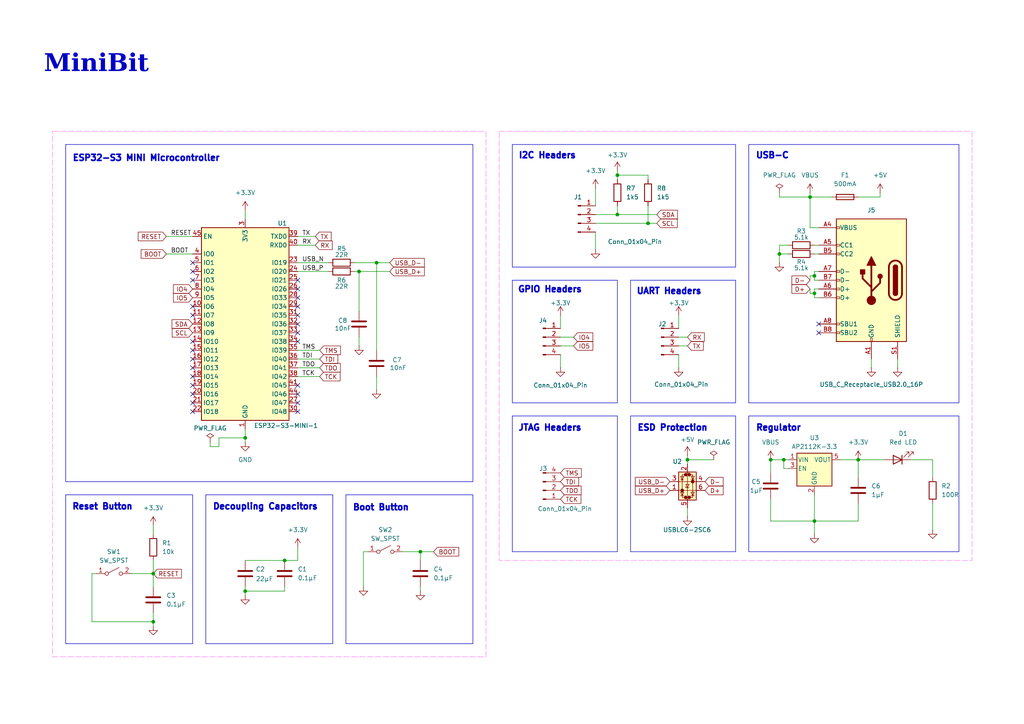
<source format=kicad_sch>
(kicad_sch (version 20231120) (generator "eeschema") (generator_version "8.0")
  (paper "A4")
  (title_block (title "MiniBit PCB") (date "2024-11-03") (rev "1.0") (company "Nikolaos Isaak Bitsikas"))
  (lib_symbols
    (symbol "Connector:Conn_01x04_Pin" (pin_names (offset 1.016) hide)
      (property "Reference" "J" (at 0 5.08 0))
      (property "Value" "Conn_01x04_Pin" (at 0 -7.62 0))
      (symbol "Conn_01x04_Pin_1_1"
        (polyline (pts (xy 1.27 -5.08) (xy 0.8636 -5.08)) (stroke (width 0.1524)))
        (polyline (pts (xy 1.27 -2.54) (xy 0.8636 -2.54)) (stroke (width 0.1524)))
        (polyline (pts (xy 1.27 0) (xy 0.8636 0)) (stroke (width 0.1524)))
        (polyline (pts (xy 1.27 2.54) (xy 0.8636 2.54)) (stroke (width 0.1524)))
        (rectangle (start 0.8636 -4.953) (end 0 -5.207) (stroke (width 0.1524)) (fill (type outline)))
        (rectangle (start 0.8636 -2.413) (end 0 -2.667) (stroke (width 0.1524)) (fill (type outline)))
        (rectangle (start 0.8636 0.127) (end 0 -0.127) (stroke (width 0.1524)) (fill (type outline)))
        (rectangle (start 0.8636 2.667) (end 0 2.413) (stroke (width 0.1524)) (fill (type outline)))
        (pin passive line (at 5.08 2.54 180) (length 3.81) (name "Pin_1") (number "1"))
        (pin passive line (at 5.08 0 180) (length 3.81) (name "Pin_2") (number "2"))
        (pin passive line (at 5.08 -2.54 180) (length 3.81) (name "Pin_3") (number "3"))
        (pin passive line (at 5.08 -5.08 180) (length 3.81) (name "Pin_4") (number "4"))
      )
    )
    (symbol "Connector:USB_C_Receptacle_USB2.0_16P" (pin_names (offset 1.016))
      (property "Reference" "J" (at 0 22.225 0))
      (property "Value" "USB_C_Receptacle_USB2.0_16P" (at 0 19.685 0))
      (symbol "USB_C_Receptacle_USB2.0_16P_0_0"
        (rectangle (start -0.254 -17.78) (end 0.254 -16.764))
        (rectangle (start 10.16 -14.986) (end 9.144 -15.494))
        (rectangle (start 10.16 -12.446) (end 9.144 -12.954))
        (rectangle (start 10.16 -4.826) (end 9.144 -5.334))
        (rectangle (start 10.16 -2.286) (end 9.144 -2.794))
        (rectangle (start 10.16 0.254) (end 9.144 -0.254))
        (rectangle (start 10.16 2.794) (end 9.144 2.286))
        (rectangle (start 10.16 7.874) (end 9.144 7.366))
        (rectangle (start 10.16 10.414) (end 9.144 9.906))
        (rectangle (start 10.16 15.494) (end 9.144 14.986))
      )
      (symbol "USB_C_Receptacle_USB2.0_16P_0_1"
        (rectangle (start -10.16 17.78) (end 10.16 -17.78) (stroke (width 0.254)) (fill (type background)))
        (arc (start -8.89 -3.81) (mid -6.985 -5.7067) (end -5.08 -3.81) (stroke (width 0.508)))
        (arc (start -7.62 -3.81) (mid -6.985 -4.4423) (end -6.35 -3.81) (stroke (width 0.254)))
        (arc (start -7.62 -3.81) (mid -6.985 -4.4423) (end -6.35 -3.81) (stroke (width 0.254)) (fill (type outline)))
        (rectangle (start -7.62 -3.81) (end -6.35 3.81) (stroke (width 0.254)) (fill (type outline)))
        (arc (start -6.35 3.81) (mid -6.985 4.4423) (end -7.62 3.81) (stroke (width 0.254)))
        (arc (start -6.35 3.81) (mid -6.985 4.4423) (end -7.62 3.81) (stroke (width 0.254)) (fill (type outline)))
        (arc (start -5.08 3.81) (mid -6.985 5.7067) (end -8.89 3.81) (stroke (width 0.508)))
        (circle (center -2.54 1.143) (radius 0.635) (stroke (width 0.254)) (fill (type outline)))
        (circle (center 0 -5.842) (radius 1.27) (fill (type outline)))
        (polyline (pts (xy -8.89 -3.81) (xy -8.89 3.81)) (stroke (width 0.508)))
        (polyline (pts (xy -5.08 3.81) (xy -5.08 -3.81)) (stroke (width 0.508)))
        (polyline (pts (xy 0 -5.842) (xy 0 4.318)) (stroke (width 0.508)))
        (polyline (pts (xy 0 -3.302) (xy -2.54 -0.762) (xy -2.54 0.508)) (stroke (width 0.508)))
        (polyline (pts (xy 0 -2.032) (xy 2.54 0.508) (xy 2.54 1.778)) (stroke (width 0.508)))
        (polyline (pts (xy -1.27 4.318) (xy 0 6.858) (xy 1.27 4.318) (xy -1.27 4.318)) (stroke (width 0.254)) (fill (type outline)))
        (rectangle (start 1.905 1.778) (end 3.175 3.048) (stroke (width 0.254)) (fill (type outline)))
      )
      (symbol "USB_C_Receptacle_USB2.0_16P_1_1"
        (pin passive line (at 0 -22.86 90) (length 5.08) (name "GND") (number "A1"))
        (pin passive line (at 0 -22.86 90) (length 5.08) hide (name "GND") (number "A12"))
        (pin passive line (at 15.24 15.24 180) (length 5.08) (name "VBUS") (number "A4"))
        (pin bidirectional line (at 15.24 10.16 180) (length 5.08) (name "CC1") (number "A5"))
        (pin bidirectional line (at 15.24 -2.54 180) (length 5.08) (name "D+") (number "A6"))
        (pin bidirectional line (at 15.24 2.54 180) (length 5.08) (name "D-") (number "A7"))
        (pin bidirectional line (at 15.24 -12.7 180) (length 5.08) (name "SBU1") (number "A8"))
        (pin passive line (at 15.24 15.24 180) (length 5.08) hide (name "VBUS") (number "A9"))
        (pin passive line (at 0 -22.86 90) (length 5.08) hide (name "GND") (number "B1"))
        (pin passive line (at 0 -22.86 90) (length 5.08) hide (name "GND") (number "B12"))
        (pin passive line (at 15.24 15.24 180) (length 5.08) hide (name "VBUS") (number "B4"))
        (pin bidirectional line (at 15.24 7.62 180) (length 5.08) (name "CC2") (number "B5"))
        (pin bidirectional line (at 15.24 -5.08 180) (length 5.08) (name "D+") (number "B6"))
        (pin bidirectional line (at 15.24 0 180) (length 5.08) (name "D-") (number "B7"))
        (pin bidirectional line (at 15.24 -15.24 180) (length 5.08) (name "SBU2") (number "B8"))
        (pin passive line (at 15.24 15.24 180) (length 5.08) hide (name "VBUS") (number "B9"))
        (pin passive line (at -7.62 -22.86 90) (length 5.08) (name "SHIELD") (number "S1"))
      )
    )
    (symbol "Device:C" (pin_numbers hide) (pin_names (offset 0.254))
      (property "Reference" "C" (at 0.635 2.54 0))
      (property "Value" "C" (at 0.635 -2.54 0))
      (symbol "C_0_1"
        (polyline (pts (xy -2.032 -0.762) (xy 2.032 -0.762)) (stroke (width 0.508)))
        (polyline (pts (xy -2.032 0.762) (xy 2.032 0.762)) (stroke (width 0.508)))
      )
      (symbol "C_1_1"
        (pin passive line (at 0 3.81 270) (length 2.794) (name "~") (number "1"))
        (pin passive line (at 0 -3.81 90) (length 2.794) (name "~") (number "2"))
      )
    )
    (symbol "Device:Fuse" (pin_numbers hide) (pin_names (offset 0))
      (property "Reference" "F" (at 2.032 0 90))
      (property "Value" "Fuse" (at -1.905 0 90))
      (symbol "Fuse_0_1"
        (rectangle (start -0.762 -2.54) (end 0.762 2.54) (stroke (width 0.254)))
        (polyline (pts (xy 0 2.54) (xy 0 -2.54)))
      )
      (symbol "Fuse_1_1"
        (pin passive line (at 0 3.81 270) (length 1.27) (name "~") (number "1"))
        (pin passive line (at 0 -3.81 90) (length 1.27) (name "~") (number "2"))
      )
    )
    (symbol "Device:LED" (pin_numbers hide) (pin_names (offset 1.016) hide)
      (property "Reference" "D" (at 0 2.54 0))
      (property "Value" "LED" (at 0 -2.54 0))
      (symbol "LED_0_1"
        (polyline (pts (xy -1.27 -1.27) (xy -1.27 1.27)) (stroke (width 0.254)))
        (polyline (pts (xy -1.27 0) (xy 1.27 0)))
        (polyline (pts (xy 1.27 -1.27) (xy 1.27 1.27) (xy -1.27 0) (xy 1.27 -1.27)) (stroke (width 0.254)))
        (polyline (pts (xy -3.048 -0.762) (xy -4.572 -2.286) (xy -3.81 -2.286) (xy -4.572 -2.286) (xy -4.572 -1.524)))
        (polyline (pts (xy -1.778 -0.762) (xy -3.302 -2.286) (xy -2.54 -2.286) (xy -3.302 -2.286) (xy -3.302 -1.524)))
      )
      (symbol "LED_1_1"
        (pin passive line (at -3.81 0 0) (length 2.54) (name "K") (number "1"))
        (pin passive line (at 3.81 0 180) (length 2.54) (name "A") (number "2"))
      )
    )
    (symbol "Device:R" (pin_numbers hide) (pin_names (offset 0))
      (property "Reference" "R" (at 2.032 0 90))
      (property "Value" "R" (at 0 0 90))
      (symbol "R_0_1"
        (rectangle (start -1.016 -2.54) (end 1.016 2.54) (stroke (width 0.254)))
      )
      (symbol "R_1_1"
        (pin passive line (at 0 3.81 270) (length 1.27) (name "~") (number "1"))
        (pin passive line (at 0 -3.81 90) (length 1.27) (name "~") (number "2"))
      )
    )
    (symbol "Power_Protection:USBLC6-2SC6" (pin_names hide)
      (property "Reference" "U" (at 0.635 5.715 0))
      (property "Value" "USBLC6-2SC6" (at 0.635 3.81 0))
      (symbol "USBLC6-2SC6_0_0"
        (circle (center -1.524 0) (radius 0.0001) (stroke (width 0.508)))
        (circle (center -0.508 -4.572) (radius 0.0001) (stroke (width 0.508)))
        (circle (center -0.508 2.032) (radius 0.0001) (stroke (width 0.508)))
        (circle (center 0.508 -4.572) (radius 0.0001) (stroke (width 0.508)))
        (circle (center 0.508 2.032) (radius 0.0001) (stroke (width 0.508)))
        (circle (center 1.524 -2.54) (radius 0.0001) (stroke (width 0.508)))
      )
      (symbol "USBLC6-2SC6_0_1"
        (polyline (pts (xy -2.54 -2.54) (xy 2.54 -2.54)))
        (polyline (pts (xy -2.54 0) (xy 2.54 0)))
        (polyline (pts (xy -2.032 -3.048) (xy -1.016 -3.048)))
        (polyline (pts (xy -1.016 1.524) (xy -2.032 1.524)))
        (polyline (pts (xy 1.016 -3.048) (xy 2.032 -3.048)))
        (polyline (pts (xy 1.016 1.524) (xy 2.032 1.524)))
        (polyline (pts (xy -0.508 -1.143) (xy -0.508 -0.762) (xy 0.508 -0.762)))
        (polyline (pts (xy -2.032 0.508) (xy -1.016 0.508) (xy -1.524 1.524) (xy -2.032 0.508)))
        (polyline (pts (xy -1.016 -4.064) (xy -2.032 -4.064) (xy -1.524 -3.048) (xy -1.016 -4.064)))
        (polyline (pts (xy 0.508 -1.778) (xy -0.508 -1.778) (xy 0 -0.762) (xy 0.508 -1.778)))
        (polyline (pts (xy 2.032 -4.064) (xy 1.016 -4.064) (xy 1.524 -3.048) (xy 2.032 -4.064)))
        (polyline (pts (xy 2.032 0.508) (xy 1.016 0.508) (xy 1.524 1.524) (xy 2.032 0.508)))
        (polyline (pts (xy 0 2.54) (xy -0.508 2.032) (xy 0.508 2.032) (xy 0 1.524) (xy 0 -4.064) (xy -0.508 -4.572) (xy 0.508 -4.572) (xy 0 -5.08)))
      )
      (symbol "USBLC6-2SC6_1_1"
        (rectangle (start -2.54 2.794) (end 2.54 -5.334) (stroke (width 0.254)) (fill (type background)))
        (polyline (pts (xy -0.508 2.032) (xy -1.524 2.032) (xy -1.524 -4.572) (xy -0.508 -4.572)))
        (polyline (pts (xy 0.508 -4.572) (xy 1.524 -4.572) (xy 1.524 2.032) (xy 0.508 2.032)))
        (pin passive line (at -5.08 0 0) (length 2.54) (name "I/O1") (number "1"))
        (pin passive line (at 0 -7.62 90) (length 2.54) (name "GND") (number "2"))
        (pin passive line (at -5.08 -2.54 0) (length 2.54) (name "I/O2") (number "3"))
        (pin passive line (at 5.08 -2.54 180) (length 2.54) (name "I/O2") (number "4"))
        (pin passive line (at 0 5.08 270) (length 2.54) (name "VBUS") (number "5"))
        (pin passive line (at 5.08 0 180) (length 2.54) (name "I/O1") (number "6"))
      )
    )
    (symbol "RF_Module:ESP32-S3-MINI-1"
      (property "Reference" "U" (at -11.43 29.21 0))
      (property "Value" "ESP32-S3-MINI-1" (at 12.7 29.21 0))
      (symbol "ESP32-S3-MINI-1_0_1"
        (rectangle (start -12.7 27.94) (end 12.7 -27.94) (stroke (width 0.254)) (fill (type background)))
      )
      (symbol "ESP32-S3-MINI-1_1_1"
        (pin power_in line (at 0 -30.48 90) (length 2.54) (name "GND") (number "1"))
        (pin bidirectional line (at -15.24 5.08 0) (length 2.54) (name "IO6") (number "10"))
        (pin bidirectional line (at -15.24 2.54 0) (length 2.54) (name "IO7") (number "11"))
        (pin bidirectional line (at -15.24 0 0) (length 2.54) (name "IO8") (number "12"))
        (pin bidirectional line (at -15.24 -2.54 0) (length 2.54) (name "IO9") (number "13"))
        (pin bidirectional line (at -15.24 -5.08 0) (length 2.54) (name "IO10") (number "14"))
        (pin bidirectional line (at -15.24 -7.62 0) (length 2.54) (name "IO11") (number "15"))
        (pin bidirectional line (at -15.24 -10.16 0) (length 2.54) (name "IO12") (number "16"))
        (pin bidirectional line (at -15.24 -12.7 0) (length 2.54) (name "IO13") (number "17"))
        (pin bidirectional line (at -15.24 -15.24 0) (length 2.54) (name "IO14") (number "18"))
        (pin bidirectional line (at -15.24 -17.78 0) (length 2.54) (name "IO15") (number "19"))
        (pin passive line (at 0 -30.48 90) (length 2.54) hide (name "GND") (number "2"))
        (pin bidirectional line (at -15.24 -20.32 0) (length 2.54) (name "IO16") (number "20"))
        (pin bidirectional line (at -15.24 -22.86 0) (length 2.54) (name "IO17") (number "21"))
        (pin bidirectional line (at -15.24 -25.4 0) (length 2.54) (name "IO18") (number "22"))
        (pin bidirectional line (at 15.24 17.78 180) (length 2.54) (name "IO19") (number "23"))
        (pin bidirectional line (at 15.24 15.24 180) (length 2.54) (name "IO20") (number "24"))
        (pin bidirectional line (at 15.24 12.7 180) (length 2.54) (name "IO21") (number "25"))
        (pin bidirectional line (at 15.24 10.16 180) (length 2.54) (name "IO26") (number "26"))
        (pin bidirectional line (at 15.24 -22.86 180) (length 2.54) (name "IO47") (number "27"))
        (pin bidirectional line (at 15.24 7.62 180) (length 2.54) (name "IO33") (number "28"))
        (pin bidirectional line (at 15.24 5.08 180) (length 2.54) (name "IO34") (number "29"))
        (pin power_in line (at 0 30.48 270) (length 2.54) (name "3V3") (number "3"))
        (pin bidirectional line (at 15.24 -25.4 180) (length 2.54) (name "IO48") (number "30"))
        (pin bidirectional line (at 15.24 2.54 180) (length 2.54) (name "IO35") (number "31"))
        (pin bidirectional line (at 15.24 0 180) (length 2.54) (name "IO36") (number "32"))
        (pin bidirectional line (at 15.24 -2.54 180) (length 2.54) (name "IO37") (number "33"))
        (pin bidirectional line (at 15.24 -5.08 180) (length 2.54) (name "IO38") (number "34"))
        (pin bidirectional line (at 15.24 -7.62 180) (length 2.54) (name "IO39") (number "35"))
        (pin bidirectional line (at 15.24 -10.16 180) (length 2.54) (name "IO40") (number "36"))
        (pin bidirectional line (at 15.24 -12.7 180) (length 2.54) (name "IO41") (number "37"))
        (pin bidirectional line (at 15.24 -15.24 180) (length 2.54) (name "IO42") (number "38"))
        (pin bidirectional line (at 15.24 25.4 180) (length 2.54) (name "TXD0") (number "39"))
        (pin bidirectional line (at -15.24 20.32 0) (length 2.54) (name "IO0") (number "4"))
        (pin bidirectional line (at 15.24 22.86 180) (length 2.54) (name "RXD0") (number "40"))
        (pin bidirectional line (at 15.24 -17.78 180) (length 2.54) (name "IO45") (number "41"))
        (pin passive line (at 0 -30.48 90) (length 2.54) hide (name "GND") (number "42"))
        (pin passive line (at 0 -30.48 90) (length 2.54) hide (name "GND") (number "43"))
        (pin bidirectional line (at 15.24 -20.32 180) (length 2.54) (name "IO46") (number "44"))
        (pin input line (at -15.24 25.4 0) (length 2.54) (name "EN") (number "45"))
        (pin passive line (at 0 -30.48 90) (length 2.54) hide (name "GND") (number "46"))
        (pin passive line (at 0 -30.48 90) (length 2.54) hide (name "GND") (number "47"))
        (pin passive line (at 0 -30.48 90) (length 2.54) hide (name "GND") (number "48"))
        (pin passive line (at 0 -30.48 90) (length 2.54) hide (name "GND") (number "49"))
        (pin bidirectional line (at -15.24 17.78 0) (length 2.54) (name "IO1") (number "5"))
        (pin passive line (at 0 -30.48 90) (length 2.54) hide (name "GND") (number "50"))
        (pin passive line (at 0 -30.48 90) (length 2.54) hide (name "GND") (number "51"))
        (pin passive line (at 0 -30.48 90) (length 2.54) hide (name "GND") (number "52"))
        (pin passive line (at 0 -30.48 90) (length 2.54) hide (name "GND") (number "53"))
        (pin passive line (at 0 -30.48 90) (length 2.54) hide (name "GND") (number "54"))
        (pin passive line (at 0 -30.48 90) (length 2.54) hide (name "GND") (number "55"))
        (pin passive line (at 0 -30.48 90) (length 2.54) hide (name "GND") (number "56"))
        (pin passive line (at 0 -30.48 90) (length 2.54) hide (name "GND") (number "57"))
        (pin passive line (at 0 -30.48 90) (length 2.54) hide (name "GND") (number "58"))
        (pin passive line (at 0 -30.48 90) (length 2.54) hide (name "GND") (number "59"))
        (pin bidirectional line (at -15.24 15.24 0) (length 2.54) (name "IO2") (number "6"))
        (pin passive line (at 0 -30.48 90) (length 2.54) hide (name "GND") (number "60"))
        (pin passive line (at 0 -30.48 90) (length 2.54) hide (name "GND") (number "61"))
        (pin passive line (at 0 -30.48 90) (length 2.54) hide (name "GND") (number "62"))
        (pin passive line (at 0 -30.48 90) (length 2.54) hide (name "GND") (number "63"))
        (pin passive line (at 0 -30.48 90) (length 2.54) hide (name "GND") (number "64"))
        (pin passive line (at 0 -30.48 90) (length 2.54) hide (name "GND") (number "65"))
        (pin bidirectional line (at -15.24 12.7 0) (length 2.54) (name "IO3") (number "7"))
        (pin bidirectional line (at -15.24 10.16 0) (length 2.54) (name "IO4") (number "8"))
        (pin bidirectional line (at -15.24 7.62 0) (length 2.54) (name "IO5") (number "9"))
      )
    )
    (symbol "Regulator_Linear:AP2112K-3.3" (pin_names (offset 0.254))
      (property "Reference" "U" (at -5.08 5.715 0))
      (property "Value" "AP2112K-3.3" (at 0 5.715 0))
      (symbol "AP2112K-3.3_0_1"
        (rectangle (start -5.08 4.445) (end 5.08 -5.08) (stroke (width 0.254)) (fill (type background)))
      )
      (symbol "AP2112K-3.3_1_1"
        (pin power_in line (at -7.62 2.54 0) (length 2.54) (name "VIN") (number "1"))
        (pin power_in line (at 0 -7.62 90) (length 2.54) (name "GND") (number "2"))
        (pin input line (at -7.62 0 0) (length 2.54) (name "EN") (number "3"))
        (pin no_connect line (at 5.08 0 180) (length 2.54) hide (name "NC") (number "4"))
        (pin power_out line (at 7.62 2.54 180) (length 2.54) (name "VOUT") (number "5"))
      )
    )
    (symbol "Switch:SW_SPST" (pin_names (offset 0) hide)
      (property "Reference" "SW" (at 0 3.175 0))
      (property "Value" "SW_SPST" (at 0 -2.54 0))
      (symbol "SW_SPST_0_0"
        (circle (center -2.032 0) (radius 0.508))
        (polyline (pts (xy -1.524 0.254) (xy 1.524 1.778)))
        (circle (center 2.032 0) (radius 0.508))
      )
      (symbol "SW_SPST_1_1"
        (pin passive line (at -5.08 0 0) (length 2.54) (name "A") (number "1"))
        (pin passive line (at 5.08 0 180) (length 2.54) (name "B") (number "2"))
      )
    )
    (symbol "power:+3.3V" (power) (pin_numbers hide) (pin_names (offset 0) hide)
      (property "Value" "+3.3V" (at 0 3.556 0))
      (symbol "+3.3V_0_1"
        (polyline (pts (xy -0.762 1.27) (xy 0 2.54)))
        (polyline (pts (xy 0 0) (xy 0 2.54)))
        (polyline (pts (xy 0 2.54) (xy 0.762 1.27)))
      )
      (symbol "+3.3V_1_1"
        (pin power_in line (at 0 0 90) (length 0) (name "~") (number "1"))
      )
    )
    (symbol "power:+5V" (power) (pin_numbers hide) (pin_names (offset 0) hide)
      (property "Value" "+5V" (at 0 3.556 0))
      (symbol "+5V_0_1"
        (polyline (pts (xy -0.762 1.27) (xy 0 2.54)))
        (polyline (pts (xy 0 0) (xy 0 2.54)))
        (polyline (pts (xy 0 2.54) (xy 0.762 1.27)))
      )
      (symbol "+5V_1_1"
        (pin power_in line (at 0 0 90) (length 0) (name "~") (number "1"))
      )
    )
    (symbol "power:GND" (power) (pin_numbers hide) (pin_names (offset 0) hide)
      (property "Value" "GND" (at 0 -3.81 0))
      (symbol "GND_0_1"
        (polyline (pts (xy 0 0) (xy 0 -1.27) (xy 1.27 -1.27) (xy 0 -2.54) (xy -1.27 -1.27) (xy 0 -1.27)))
      )
      (symbol "GND_1_1"
        (pin power_in line (at 0 0 270) (length 0) (name "~") (number "1"))
      )
    )
    (symbol "power:PWR_FLAG" (power) (pin_numbers hide) (pin_names (offset 0) hide)
      (property "Value" "PWR_FLAG" (at 0 3.81 0))
      (symbol "PWR_FLAG_0_0"
        (pin power_out line (at 0 0 90) (length 0) (name "~") (number "1"))
      )
      (symbol "PWR_FLAG_0_1"
        (polyline (pts (xy 0 0) (xy 0 1.27) (xy -1.016 1.905) (xy 0 2.54) (xy 1.016 1.905) (xy 0 1.27)))
      )
    )
    (symbol "power:VBUS" (power) (pin_numbers hide) (pin_names (offset 0) hide)
      (property "Value" "VBUS" (at 0 3.556 0))
      (symbol "VBUS_0_1"
        (polyline (pts (xy -0.762 1.27) (xy 0 2.54)))
        (polyline (pts (xy 0 0) (xy 0 2.54)))
        (polyline (pts (xy 0 2.54) (xy 0.762 1.27)))
      )
      (symbol "VBUS_1_1"
        (pin power_in line (at 0 0 90) (length 0) (name "~") (number "1"))
      )
    )
  )
  (junction (at 236.22 85.09))
  (junction (at 199.39 133.35))
  (junction (at 82.55 162.56))
  (junction (at 104.14 78.74))
  (junction (at 226.06 73.66))
  (junction (at 71.12 127))
  (junction (at 179.07 50.8))
  (junction (at 109.22 76.2))
  (junction (at 179.07 62.23))
  (junction (at 44.45 166.37))
  (junction (at 44.45 180.34))
  (junction (at 234.95 57.15))
  (junction (at 121.92 160.02))
  (junction (at 248.92 133.35))
  (junction (at 187.96 64.77))
  (junction (at 223.52 133.35))
  (junction (at 236.22 151.13))
  (junction (at 236.22 80.01))
  (junction (at 227.33 133.35))
  (junction (at 71.12 171.45))
  (no_connect (at 55.88 99.06))
  (no_connect (at 55.88 104.14))
  (no_connect (at 86.36 114.3))
  (no_connect (at 86.36 83.82))
  (no_connect (at 55.88 111.76))
  (no_connect (at 237.49 96.52))
  (no_connect (at 86.36 111.76))
  (no_connect (at 55.88 119.38))
  (no_connect (at 55.88 106.68))
  (no_connect (at 55.88 101.6))
  (no_connect (at 86.36 93.98))
  (no_connect (at 86.36 96.52))
  (no_connect (at 86.36 91.44))
  (no_connect (at 55.88 109.22))
  (no_connect (at 55.88 76.2))
  (no_connect (at 86.36 116.84))
  (no_connect (at 86.36 86.36))
  (no_connect (at 86.36 119.38))
  (no_connect (at 55.88 78.74))
  (no_connect (at 237.49 93.98))
  (no_connect (at 55.88 81.28))
  (no_connect (at 86.36 81.28))
  (no_connect (at 86.36 88.9))
  (no_connect (at 55.88 116.84))
  (no_connect (at 86.36 99.06))
  (no_connect (at 55.88 114.3))
  (no_connect (at 55.88 91.44))
  (no_connect (at 55.88 88.9))
  (wire (pts (xy 252.73 104.14) (xy 252.73 106.68)))
  (wire (pts (xy 270.51 133.35) (xy 270.51 138.43)))
  (wire (pts (xy 109.22 109.22) (xy 109.22 113.03)))
  (wire (pts (xy 44.45 177.8) (xy 44.45 180.34)))
  (wire (pts (xy 226.06 57.15) (xy 234.95 57.15)))
  (wire (pts (xy 199.39 133.35) (xy 199.39 134.62)))
  (wire (pts (xy 236.22 85.09) (xy 236.22 86.36)))
  (wire (pts (xy 236.22 80.01) (xy 236.22 81.28)))
  (wire (pts (xy 179.07 50.8) (xy 187.96 50.8)))
  (wire (pts (xy 26.67 166.37) (xy 26.67 180.34)))
  (wire (pts (xy 248.92 133.35) (xy 256.54 133.35)))
  (wire (pts (xy 234.95 57.15) (xy 241.3 57.15)))
  (wire (pts (xy 187.96 64.77) (xy 190.5 64.77)))
  (wire (pts (xy 109.22 76.2) (xy 109.22 101.6)))
  (wire (pts (xy 71.12 162.56) (xy 82.55 162.56)))
  (wire (pts (xy 86.36 76.2) (xy 95.25 76.2)))
  (wire (pts (xy 226.06 73.66) (xy 228.6 73.66)))
  (wire (pts (xy 48.26 68.58) (xy 55.88 68.58)))
  (wire (pts (xy 172.72 62.23) (xy 179.07 62.23)))
  (wire (pts (xy 162.56 97.79) (xy 166.37 97.79)))
  (wire (pts (xy 172.72 64.77) (xy 187.96 64.77)))
  (wire (pts (xy 223.52 151.13) (xy 236.22 151.13)))
  (wire (pts (xy 86.36 104.14) (xy 92.71 104.14)))
  (wire (pts (xy 223.52 133.35) (xy 223.52 137.16)))
  (wire (pts (xy 179.07 49.53) (xy 179.07 50.8)))
  (wire (pts (xy 86.36 68.58) (xy 91.44 68.58)))
  (wire (pts (xy 199.39 132.08) (xy 199.39 133.35)))
  (wire (pts (xy 234.95 80.01) (xy 236.22 80.01)))
  (wire (pts (xy 71.12 171.45) (xy 82.55 171.45)))
  (wire (pts (xy 237.49 83.82) (xy 236.22 83.82)))
  (wire (pts (xy 236.22 151.13) (xy 248.92 151.13)))
  (wire (pts (xy 91.44 71.12) (xy 86.36 71.12)))
  (wire (pts (xy 44.45 152.4) (xy 44.45 154.94)))
  (wire (pts (xy 60.96 128.27) (xy 60.96 129.54)))
  (wire (pts (xy 255.27 57.15) (xy 255.27 55.88)))
  (wire (pts (xy 196.85 100.33) (xy 199.39 100.33)))
  (wire (pts (xy 236.22 151.13) (xy 236.22 154.94)))
  (wire (pts (xy 86.36 101.6) (xy 92.71 101.6)))
  (wire (pts (xy 236.22 71.12) (xy 237.49 71.12)))
  (wire (pts (xy 82.55 170.18) (xy 82.55 171.45)))
  (wire (pts (xy 162.56 102.87) (xy 162.56 106.68)))
  (wire (pts (xy 234.95 55.88) (xy 234.95 57.15)))
  (wire (pts (xy 199.39 133.35) (xy 207.01 133.35)))
  (wire (pts (xy 86.36 158.75) (xy 86.36 162.56)))
  (wire (pts (xy 86.36 109.22) (xy 92.71 109.22)))
  (wire (pts (xy 248.92 146.05) (xy 248.92 151.13)))
  (wire (pts (xy 236.22 143.51) (xy 236.22 151.13)))
  (wire (pts (xy 104.14 97.79) (xy 104.14 100.33)))
  (wire (pts (xy 228.6 135.89) (xy 227.33 135.89)))
  (wire (pts (xy 234.95 83.82) (xy 234.95 85.09)))
  (wire (pts (xy 116.84 160.02) (xy 121.92 160.02)))
  (wire (pts (xy 234.95 81.28) (xy 234.95 80.01)))
  (wire (pts (xy 44.45 162.56) (xy 44.45 166.37)))
  (wire (pts (xy 71.12 124.46) (xy 71.12 127)))
  (wire (pts (xy 227.33 135.89) (xy 227.33 133.35)))
  (wire (pts (xy 71.12 171.45) (xy 71.12 172.72)))
  (wire (pts (xy 228.6 71.12) (xy 226.06 71.12)))
  (wire (pts (xy 234.95 85.09) (xy 236.22 85.09)))
  (wire (pts (xy 71.12 60.96) (xy 71.12 63.5)))
  (wire (pts (xy 121.92 160.02) (xy 125.73 160.02)))
  (wire (pts (xy 179.07 62.23) (xy 190.5 62.23)))
  (wire (pts (xy 237.49 66.04) (xy 234.95 66.04)))
  (wire (pts (xy 105.41 160.02) (xy 106.68 160.02)))
  (wire (pts (xy 248.92 57.15) (xy 255.27 57.15)))
  (wire (pts (xy 71.12 170.18) (xy 71.12 171.45)))
  (wire (pts (xy 162.56 91.44) (xy 162.56 95.25)))
  (wire (pts (xy 179.07 59.69) (xy 179.07 62.23)))
  (wire (pts (xy 264.16 133.35) (xy 270.51 133.35)))
  (wire (pts (xy 109.22 76.2) (xy 113.03 76.2)))
  (wire (pts (xy 236.22 81.28) (xy 237.49 81.28)))
  (wire (pts (xy 260.35 104.14) (xy 260.35 106.68)))
  (wire (pts (xy 82.55 162.56) (xy 86.36 162.56)))
  (wire (pts (xy 86.36 78.74) (xy 95.25 78.74)))
  (wire (pts (xy 227.33 133.35) (xy 228.6 133.35)))
  (wire (pts (xy 187.96 59.69) (xy 187.96 64.77)))
  (wire (pts (xy 38.1 166.37) (xy 44.45 166.37)))
  (wire (pts (xy 26.67 166.37) (xy 27.94 166.37)))
  (wire (pts (xy 236.22 73.66) (xy 237.49 73.66)))
  (wire (pts (xy 196.85 97.79) (xy 199.39 97.79)))
  (wire (pts (xy 237.49 78.74) (xy 236.22 78.74)))
  (wire (pts (xy 196.85 102.87) (xy 196.85 106.68)))
  (wire (pts (xy 179.07 50.8) (xy 179.07 52.07)))
  (wire (pts (xy 104.14 78.74) (xy 104.14 90.17)))
  (wire (pts (xy 236.22 78.74) (xy 236.22 80.01)))
  (wire (pts (xy 71.12 127) (xy 71.12 128.27)))
  (wire (pts (xy 63.5 129.54) (xy 63.5 127)))
  (wire (pts (xy 26.67 180.34) (xy 44.45 180.34)))
  (wire (pts (xy 234.95 57.15) (xy 234.95 66.04)))
  (wire (pts (xy 102.87 78.74) (xy 104.14 78.74)))
  (wire (pts (xy 44.45 166.37) (xy 44.45 170.18)))
  (wire (pts (xy 223.52 144.78) (xy 223.52 151.13)))
  (wire (pts (xy 199.39 147.32) (xy 199.39 149.86)))
  (wire (pts (xy 102.87 76.2) (xy 109.22 76.2)))
  (wire (pts (xy 187.96 52.07) (xy 187.96 50.8)))
  (wire (pts (xy 226.06 71.12) (xy 226.06 73.66)))
  (wire (pts (xy 162.56 100.33) (xy 166.37 100.33)))
  (wire (pts (xy 270.51 146.05) (xy 270.51 153.67)))
  (wire (pts (xy 86.36 106.68) (xy 92.71 106.68)))
  (wire (pts (xy 226.06 73.66) (xy 226.06 76.2)))
  (wire (pts (xy 105.41 160.02) (xy 105.41 170.18)))
  (wire (pts (xy 48.26 73.66) (xy 55.88 73.66)))
  (wire (pts (xy 248.92 133.35) (xy 248.92 138.43)))
  (wire (pts (xy 121.92 160.02) (xy 121.92 162.56)))
  (wire (pts (xy 104.14 78.74) (xy 113.03 78.74)))
  (wire (pts (xy 121.92 170.18) (xy 121.92 171.45)))
  (wire (pts (xy 172.72 54.61) (xy 172.72 59.69)))
  (wire (pts (xy 236.22 86.36) (xy 237.49 86.36)))
  (wire (pts (xy 172.72 67.31) (xy 172.72 72.39)))
  (wire (pts (xy 223.52 133.35) (xy 227.33 133.35)))
  (wire (pts (xy 243.84 133.35) (xy 248.92 133.35)))
  (wire (pts (xy 63.5 127) (xy 71.12 127)))
  (wire (pts (xy 236.22 83.82) (xy 236.22 85.09)))
  (wire (pts (xy 226.06 57.15) (xy 226.06 55.88)))
  (wire (pts (xy 60.96 129.54) (xy 63.5 129.54)))
  (wire (pts (xy 196.85 91.44) (xy 196.85 95.25)))
  (wire (pts (xy 44.45 180.34) (xy 44.45 181.61)))
  (rectangle (start 100.33 143.51) (end 137.16 186.69))
  (rectangle (start 15.24 38.1) (end 140.97 190.5) (stroke (width 0) (type dash) (color 255 127 246 1)))
  (rectangle (start 148.59 120.65) (end 179.07 160.02))
  (rectangle (start 182.88 120.65) (end 213.36 160.02))
  (rectangle (start 144.78 38.1) (end 281.94 162.56) (stroke (width 0) (type dash) (color 255 127 246 1)))
  (rectangle (start 182.88 81.28) (end 213.36 116.84))
  (rectangle (start 148.59 81.28) (end 179.07 116.84))
  (rectangle (start 217.17 120.65) (end 278.13 160.02))
  (rectangle (start 19.05 143.51) (end 55.88 186.69))
  (rectangle (start 19.05 41.91) (end 137.16 139.7))
  (rectangle (start 148.59 41.91) (end 213.36 77.47))
  (rectangle (start 217.17 41.91) (end 278.13 116.84))
  (rectangle (start 59.69 143.51) (end 96.52 186.69))
  (text "GPIO Headers" (at 159.512 84.074 0) (effects (font (size 1.778 1.778) (thickness 0.762) (bold yes))))
  (text "JTAG Headers" (at 159.512 124.206 0) (effects (font (size 1.778 1.778) (thickness 0.762) (bold yes))))
  (text "ESD Protection" (at 195.072 124.206 0) (effects (font (size 1.778 1.778) (thickness 0.762) (bold yes))))
  (text "I2C Headers" (at 158.75 45.212 0) (effects (font (size 1.778 1.778) (thickness 0.762) (bold yes))))
  (text "Boot Button" (at 110.49 147.32 0) (effects (font (size 1.778 1.778) (thickness 0.762) (bold yes))))
  (text "Reset Button" (at 29.718 147.066 0) (effects (font (size 1.778 1.778) (thickness 0.762) (bold yes))))
  (text "ESP32-S3 MINI Microcontroller" (at 42.418 45.974 0) (effects (font (size 1.778 1.778) (thickness 0.762) (bold yes))))
  (text "MiniBit" (at 27.94 20.066 0) (effects (font (size 5.08 5.08) (thickness 1.016) (bold yes))))
  (text "Decoupling Capacitors\n" (at 76.962 147.066 0) (effects (font (size 1.778 1.778) (thickness 0.762) (bold yes))))
  (text "USB-C" (at 224.028 45.212 0) (effects (font (size 1.778 1.778) (thickness 0.762) (bold yes))))
  (text "Regulator" (at 225.806 124.206 0) (effects (font (size 1.778 1.778) (thickness 0.762) (bold yes))))
  (text "UART Headers" (at 194.056 84.582 0) (effects (font (size 1.778 1.778) (thickness 0.762) (bold yes))))
  (label "TMS" (at 87.63 101.6 0))
  (label "RESET" (at 49.53 68.58 0))
  (label "TDO" (at 87.63 106.68 0))
  (label "USB_P" (at 87.63 78.74 0))
  (label "TDI" (at 87.63 104.14 0))
  (label "BOOT" (at 49.53 73.66 0))
  (label "USB_N" (at 87.63 76.2 0))
  (label "TX" (at 87.63 68.58 0))
  (label "TCK" (at 87.63 109.22 0))
  (label "RX" (at 87.63 71.12 0))
  (global_label "IO4" (shape input) (at 166.37 97.79 0) (property "Intersheetrefs" "${INTERSHEET_REFS}" (effects (hide yes))))
  (global_label "RX" (shape input) (at 199.39 97.79 0) (property "Intersheetrefs" "${INTERSHEET_REFS}" (effects (hide yes))))
  (global_label "SDA" (shape input) (at 55.88 93.98 180) (property "Intersheetrefs" "${INTERSHEET_REFS}" (effects (hide yes))))
  (global_label "RESET" (shape input) (at 44.45 166.37 0) (property "Intersheetrefs" "${INTERSHEET_REFS}" (effects (hide yes))))
  (global_label "IO5" (shape input) (at 55.88 86.36 180) (property "Intersheetrefs" "${INTERSHEET_REFS}" (effects (hide yes))))
  (global_label "RX" (shape input) (at 91.44 71.12 0) (property "Intersheetrefs" "${INTERSHEET_REFS}" (effects (hide yes))))
  (global_label "TMS" (shape input) (at 162.56 137.16 0) (property "Intersheetrefs" "${INTERSHEET_REFS}" (effects (hide yes))))
  (global_label "TDO" (shape input) (at 92.71 106.68 0) (property "Intersheetrefs" "${INTERSHEET_REFS}" (effects (hide yes))))
  (global_label "SCL" (shape input) (at 190.5 64.77 0) (property "Intersheetrefs" "${INTERSHEET_REFS}" (effects (hide yes))))
  (global_label "USB_D-" (shape input) (at 113.03 76.2 0) (property "Intersheetrefs" "${INTERSHEET_REFS}" (effects (hide yes))))
  (global_label "IO5" (shape input) (at 166.37 100.33 0) (property "Intersheetrefs" "${INTERSHEET_REFS}" (effects (hide yes))))
  (global_label "TX" (shape input) (at 199.39 100.33 0) (property "Intersheetrefs" "${INTERSHEET_REFS}" (effects (hide yes))))
  (global_label "TDI" (shape input) (at 162.56 139.7 0) (property "Intersheetrefs" "${INTERSHEET_REFS}" (effects (hide yes))))
  (global_label "TDO" (shape input) (at 162.56 142.24 0) (property "Intersheetrefs" "${INTERSHEET_REFS}" (effects (hide yes))))
  (global_label "TCK" (shape input) (at 162.56 144.78 0) (property "Intersheetrefs" "${INTERSHEET_REFS}" (effects (hide yes))))
  (global_label "D-" (shape input) (at 204.47 139.7 0) (property "Intersheetrefs" "${INTERSHEET_REFS}" (effects (hide yes))))
  (global_label "RESET" (shape input) (at 48.26 68.58 180) (property "Intersheetrefs" "${INTERSHEET_REFS}" (effects (hide yes))))
  (global_label "D+" (shape input) (at 234.95 83.82 180) (property "Intersheetrefs" "${INTERSHEET_REFS}" (effects (hide yes))))
  (global_label "D+" (shape input) (at 204.47 142.24 0) (property "Intersheetrefs" "${INTERSHEET_REFS}" (effects (hide yes))))
  (global_label "USB_D+" (shape input) (at 113.03 78.74 0) (property "Intersheetrefs" "${INTERSHEET_REFS}" (effects (hide yes))))
  (global_label "USB_D-" (shape input) (at 194.31 139.7 180) (property "Intersheetrefs" "${INTERSHEET_REFS}" (effects (hide yes))))
  (global_label "IO4" (shape input) (at 55.88 83.82 180) (property "Intersheetrefs" "${INTERSHEET_REFS}" (effects (hide yes))))
  (global_label "SCL" (shape input) (at 55.88 96.52 180) (property "Intersheetrefs" "${INTERSHEET_REFS}" (effects (hide yes))))
  (global_label "TMS" (shape input) (at 92.71 101.6 0) (property "Intersheetrefs" "${INTERSHEET_REFS}" (effects (hide yes))))
  (global_label "D-" (shape input) (at 234.95 81.28 180) (property "Intersheetrefs" "${INTERSHEET_REFS}" (effects (hide yes))))
  (global_label "BOOT" (shape input) (at 125.73 160.02 0) (property "Intersheetrefs" "${INTERSHEET_REFS}" (effects (hide yes))))
  (global_label "TCK" (shape input) (at 92.71 109.22 0) (property "Intersheetrefs" "${INTERSHEET_REFS}" (effects (hide yes))))
  (global_label "BOOT" (shape input) (at 48.26 73.66 180) (property "Intersheetrefs" "${INTERSHEET_REFS}" (effects (hide yes))))
  (global_label "TX" (shape input) (at 91.44 68.58 0) (property "Intersheetrefs" "${INTERSHEET_REFS}" (effects (hide yes))))
  (global_label "TDI" (shape input) (at 92.71 104.14 0) (property "Intersheetrefs" "${INTERSHEET_REFS}" (effects (hide yes))))
  (global_label "SDA" (shape input) (at 190.5 62.23 0) (property "Intersheetrefs" "${INTERSHEET_REFS}" (effects (hide yes))))
  (global_label "USB_D+" (shape input) (at 194.31 142.24 180) (property "Intersheetrefs" "${INTERSHEET_REFS}" (effects (hide yes))))
  (symbol (lib_id "power:GND") (at 109.22 113.03 0) (unit 1)
    (property "Reference" "#PWR018" (effects (hide yes)))
    (property "Value" "GND" (effects (hide yes)))
    (property "Description" "Power symbol creates a global label with name \"GND\" , ground" (effects (hide yes)))
  )
  (symbol (lib_id "power:+3.3V") (at 172.72 54.61 0) (unit 1)
    (property "Reference" "#PWR023" (effects (hide yes)))
    (property "Value" "+3.3V" (at 172.72 49.53 0))
    (property "Description" "Power symbol creates a global label with name \"+3.3V\"" (effects (hide yes)))
  )
  (symbol (lib_id "power:+5V") (at 199.39 132.08 0) (unit 1)
    (property "Reference" "#PWR09" (effects (hide yes)))
    (property "Value" "+5V" (at 199.39 127.508 0))
    (property "Description" "Power symbol creates a global label with name \"+5V\"" (effects (hide yes)))
  )
  (symbol (lib_id "Device:C") (at 223.52 140.97 0) (unit 1)
    (property "Reference" "C5" (at 217.932 139.7 0) (effects (justify left)))
    (property "Value" "1μF" (at 217.424 142.24 0) (effects (justify left)))
    (property "Footprint" "Capacitor_SMD:C_0402_1005Metric" (effects (hide yes)))
    (property "Description" "Unpolarized capacitor" (effects (hide yes)))
  )
  (symbol (lib_id "Device:C") (at 44.45 173.99 0) (unit 1)
    (property "Reference" "C3" (at 48.26 172.7199 0) (effects (justify left)))
    (property "Value" "0.1μF" (at 48.26 175.2599 0) (effects (justify left)))
    (property "Footprint" "Capacitor_SMD:C_0402_1005Metric" (effects (hide yes)))
    (property "Description" "Unpolarized capacitor" (effects (hide yes)))
  )
  (symbol (lib_id "Device:R") (at 179.07 55.88 0) (unit 1)
    (property "Reference" "R7" (at 181.61 54.6099 0) (effects (justify left)))
    (property "Value" "1k5" (at 181.61 57.1499 0) (effects (justify left)))
    (property "Footprint" "Resistor_SMD:R_0603_1608Metric" (effects (hide yes)))
    (property "Description" "Resistor" (effects (hide yes)))
  )
  (symbol (lib_id "power:+3.3V") (at 162.56 91.44 0) (unit 1)
    (property "Reference" "#PWR026" (effects (hide yes)))
    (property "Value" "+3.3V" (at 162.56 87.884 0))
    (property "Description" "Power symbol creates a global label with name \"+3.3V\"" (effects (hide yes)))
  )
  (symbol (lib_id "Device:R") (at 99.06 76.2 90) (unit 1)
    (property "Reference" "R5" (at 99.06 72.136 90))
    (property "Value" "22R" (at 99.06 73.914 90))
    (property "Footprint" "Resistor_SMD:R_0603_1608Metric" (effects (hide yes)))
    (property "Description" "Resistor" (effects (hide yes)))
  )
  (symbol (lib_id "Connector:USB_C_Receptacle_USB2.0_16P") (at 252.73 81.28 0) (mirror y) (unit 1)
    (property "Reference" "J5" (at 252.73 60.96 0))
    (property "Value" "USB_C_Receptacle_USB2.0_16P" (at 252.73 111.506 0))
    (property "Footprint" "Connector_USB:USB_C_Receptacle_GCT_USB4105-xx-A_16P_TopMnt_Horizontal" (effects (hide yes)))
    (property "Datasheet" "https://www.usb.org/sites/default/files/documents/usb_type-c.zip" (effects (hide yes)))
    (property "Description" "USB 2.0-only 16P Type-C Receptacle connector" (effects (hide yes)))
  )
  (symbol (lib_id "power:GND") (at 44.45 181.61 0) (unit 1)
    (property "Reference" "#PWR05" (effects (hide yes)))
    (property "Value" "GND" (effects (hide yes)))
    (property "Description" "Power symbol creates a global label with name \"GND\" , ground" (effects (hide yes)))
  )
  (symbol (lib_id "Device:LED") (at 260.35 133.35 180) (unit 1)
    (property "Reference" "D1" (at 261.9375 125.73 0))
    (property "Value" "Red LED" (at 261.9375 128.27 0))
    (property "Footprint" "LED_SMD:LED_0603_1608Metric" (effects (hide yes)))
    (property "Description" "Light emitting diode" (effects (hide yes)))
  )
  (symbol (lib_id "Device:R") (at 232.41 71.12 90) (unit 1)
    (property "Reference" "R3" (at 232.41 67.056 90))
    (property "Value" "5.1k" (at 232.41 68.834 90))
    (property "Footprint" "Resistor_SMD:R_0402_1005Metric" (effects (hide yes)))
    (property "Description" "Resistor" (effects (hide yes)))
  )
  (symbol (lib_id "power:+5V") (at 255.27 55.88 0) (unit 1)
    (property "Reference" "#PWR012" (effects (hide yes)))
    (property "Value" "+5V" (at 255.27 50.8 0))
    (property "Description" "Power symbol creates a global label with name \"+5V\"" (effects (hide yes)))
  )
  (symbol (lib_id "power:+3.3V") (at 44.45 152.4 0) (unit 1)
    (property "Reference" "#PWR04" (effects (hide yes)))
    (property "Value" "+3.3V" (at 44.45 147.32 0))
    (property "Description" "Power symbol creates a global label with name \"+3.3V\"" (effects (hide yes)))
  )
  (symbol (lib_id "Device:C") (at 104.14 93.98 0) (unit 1)
    (property "Reference" "C8" (at 98.044 92.964 0) (effects (justify left)))
    (property "Value" "10nF" (at 97.028 95.25 0) (effects (justify left)))
    (property "Footprint" "Capacitor_SMD:C_0402_1005Metric" (effects (hide yes)))
    (property "Description" "Unpolarized capacitor" (effects (hide yes)))
  )
  (symbol (lib_id "power:GND") (at 105.41 170.18 0) (unit 1)
    (property "Reference" "#PWR06" (effects (hide yes)))
    (property "Value" "GND" (effects (hide yes)))
    (property "Description" "Power symbol creates a global label with name \"GND\" , ground" (effects (hide yes)))
  )
  (symbol (lib_id "Connector:Conn_01x04_Pin") (at 157.48 142.24 0) (mirror x) (unit 1)
    (property "Reference" "J3" (at 158.75 135.89 0) (effects (justify right)))
    (property "Value" "Conn_01x04_Pin" (at 171.704 147.574 0) (effects (justify right)))
    (property "Footprint" "Connector_PinHeader_2.54mm:PinHeader_1x04_P2.54mm_Vertical" (effects (hide yes)))
    (property "Description" "Generic connector, single row, 01x04, script generated" (effects (hide yes)))
  )
  (symbol (lib_id "Device:C") (at 121.92 166.37 0) (unit 1)
    (property "Reference" "C4" (at 125.73 165.0999 0) (effects (justify left)))
    (property "Value" "0.1μF" (at 125.73 167.6399 0) (effects (justify left)))
    (property "Footprint" "Capacitor_SMD:C_0402_1005Metric" (effects (hide yes)))
    (property "Description" "Unpolarized capacitor" (effects (hide yes)))
  )
  (symbol (lib_id "Device:Fuse") (at 245.11 57.15 90) (unit 1)
    (property "Reference" "F1" (at 245.11 50.8 90))
    (property "Value" "500mA" (at 245.11 53.34 90))
    (property "Footprint" "Fuse:Fuse_0402_1005Metric" (effects (hide yes)))
    (property "Description" "Fuse" (effects (hide yes)))
  )
  (symbol (lib_id "RF_Module:ESP32-S3-MINI-1") (at 71.12 93.98 0) (unit 1)
    (property "Reference" "U1" (at 80.518 64.77 0) (effects (justify left)))
    (property "Value" "ESP32-S3-MINI-1" (at 73.66 123.444 0) (effects (justify left)))
    (property "Footprint" "RF_Module:ESP32-S2-MINI-1" (effects (hide yes)))
    (property "Datasheet" "https://www.espressif.com/sites/default/files/documentation/esp32-s3-mini-1_mini-1u_datasheet_en.pdf" (effects (hide yes)))
    (property "Description" "RF Module, ESP32-S3 SoC, Wi-Fi 802.11b/g/n, Bluetooth, BLE, 32-bit, 3.3V, SMD, onboard antenna" (effects (hide yes)))
  )
  (symbol (lib_id "power:GND") (at 226.06 76.2 0) (unit 1)
    (property "Reference" "#PWR017" (effects (hide yes)))
    (property "Value" "GND" (effects (hide yes)))
    (property "Description" "Power symbol creates a global label with name \"GND\" , ground" (effects (hide yes)))
  )
  (symbol (lib_id "Regulator_Linear:AP2112K-3.3") (at 236.22 135.89 0) (unit 1)
    (property "Reference" "U3" (at 236.22 127 0))
    (property "Value" "AP2112K-3.3" (at 236.22 129.54 0))
    (property "Footprint" "Package_TO_SOT_SMD:SOT-23-5" (effects (hide yes)))
    (property "Datasheet" "https://www.diodes.com/assets/Datasheets/AP2112.pdf" (effects (hide yes)))
    (property "Description" "600mA low dropout linear regulator, with enable pin, 3.8V-6V input voltage range, 3.3V fixed positive output, SOT-23-5" (effects (hide yes)))
  )
  (symbol (lib_id "power:GND") (at 236.22 154.94 0) (unit 1)
    (property "Reference" "#PWR015" (effects (hide yes)))
    (property "Value" "GND" (effects (hide yes)))
    (property "Description" "Power symbol creates a global label with name \"GND\" , ground" (effects (hide yes)))
  )
  (symbol (lib_id "Device:C") (at 71.12 166.37 0) (unit 1)
    (property "Reference" "C2" (at 74.168 165.1 0) (effects (justify left)))
    (property "Value" "22μF" (at 74.168 167.894 0) (effects (justify left)))
    (property "Footprint" "Capacitor_SMD:C_0805_2012Metric" (effects (hide yes)))
    (property "Description" "Unpolarized capacitor" (effects (hide yes)))
  )
  (symbol (lib_id "power:GND") (at 71.12 172.72 0) (unit 1)
    (property "Reference" "#PWR03" (effects (hide yes)))
    (property "Value" "GND" (effects (hide yes)))
    (property "Description" "Power symbol creates a global label with name \"GND\" , ground" (effects (hide yes)))
  )
  (symbol (lib_id "power:VBUS") (at 234.95 55.88 0) (unit 1)
    (property "Reference" "#PWR011" (effects (hide yes)))
    (property "Value" "VBUS" (at 234.95 50.8 0))
    (property "Description" "Power symbol creates a global label with name \"VBUS\"" (effects (hide yes)))
  )
  (symbol (lib_id "Device:R") (at 99.06 78.74 90) (unit 1)
    (property "Reference" "R6" (at 99.06 81.28 90))
    (property "Value" "22R" (at 99.06 83.058 90))
    (property "Footprint" "Resistor_SMD:R_0603_1608Metric" (effects (hide yes)))
    (property "Description" "Resistor" (effects (hide yes)))
  )
  (symbol (lib_id "power:+3.3V") (at 248.92 133.35 0) (unit 1)
    (property "Reference" "#PWR014" (effects (hide yes)))
    (property "Value" "+3.3V" (at 248.92 128.27 0))
    (property "Description" "Power symbol creates a global label with name \"+3.3V\"" (effects (hide yes)))
  )
  (symbol (lib_id "power:GND") (at 252.73 106.68 0) (unit 1)
    (property "Reference" "#PWR010" (effects (hide yes)))
    (property "Value" "GND" (effects (hide yes)))
    (property "Description" "Power symbol creates a global label with name \"GND\" , ground" (effects (hide yes)))
  )
  (symbol (lib_id "Device:C") (at 248.92 142.24 0) (unit 1)
    (property "Reference" "C6" (at 252.73 140.9699 0) (effects (justify left)))
    (property "Value" "1μF" (at 252.73 143.5099 0) (effects (justify left)))
    (property "Footprint" "Capacitor_SMD:C_0402_1005Metric" (effects (hide yes)))
    (property "Description" "Unpolarized capacitor" (effects (hide yes)))
  )
  (symbol (lib_id "Power_Protection:USBLC6-2SC6") (at 199.39 142.24 0) (mirror x) (unit 1)
    (property "Reference" "U2" (at 195.072 133.858 0) (effects (justify left)))
    (property "Value" "USBLC6-2SC6" (at 192.278 153.67 0) (effects (justify left)))
    (property "Footprint" "Package_TO_SOT_SMD:SOT-23-6" (effects (hide yes)))
    (property "Datasheet" "https://www.st.com/resource/en/datasheet/usblc6-2.pdf" (effects (hide yes)))
    (property "Description" "Very low capacitance ESD protection diode, 2 data-line, SOT-23-6" (effects (hide yes)))
  )
  (symbol (lib_id "power:+3.3V") (at 196.85 91.44 0) (mirror y) (unit 1)
    (property "Reference" "#PWR021" (effects (hide yes)))
    (property "Value" "+3.3V" (at 196.85 87.884 0))
    (property "Description" "Power symbol creates a global label with name \"+3.3V\"" (effects (hide yes)))
  )
  (symbol (lib_id "Device:R") (at 232.41 73.66 90) (unit 1)
    (property "Reference" "R4" (at 232.41 75.946 90))
    (property "Value" "5.1k" (at 232.41 77.724 90))
    (property "Footprint" "Resistor_SMD:R_0402_1005Metric" (effects (hide yes)))
    (property "Description" "Resistor" (effects (hide yes)))
  )
  (symbol (lib_id "power:PWR_FLAG") (at 207.01 133.35 0) (unit 1)
    (property "Reference" "#FLG01" (effects (hide yes)))
    (property "Value" "PWR_FLAG" (at 207.01 128.27 0))
    (property "Description" "Special symbol for telling ERC where power comes from" (effects (hide yes)))
  )
  (symbol (lib_id "power:GND") (at 260.35 106.68 0) (unit 1)
    (property "Reference" "#PWR028" (effects (hide yes)))
    (property "Value" "GND" (effects (hide yes)))
    (property "Description" "Power symbol creates a global label with name \"GND\" , ground" (effects (hide yes)))
  )
  (symbol (lib_id "Device:R") (at 44.45 158.75 0) (unit 1)
    (property "Reference" "R1" (at 46.99 157.4799 0) (effects (justify left)))
    (property "Value" "10k" (at 46.99 160.0199 0) (effects (justify left)))
    (property "Footprint" "Resistor_SMD:R_0402_1005Metric" (effects (hide yes)))
    (property "Description" "Resistor" (effects (hide yes)))
  )
  (symbol (lib_id "Connector:Conn_01x04_Pin") (at 157.48 97.79 0) (unit 1)
    (property "Reference" "J4" (at 157.48 92.964 0))
    (property "Value" "Conn_01x04_Pin" (at 162.56 111.76 0))
    (property "Footprint" "Connector_PinHeader_2.54mm:PinHeader_1x04_P2.54mm_Vertical" (effects (hide yes)))
    (property "Description" "Generic connector, single row, 01x04, script generated" (effects (hide yes)))
  )
  (symbol (lib_id "power:GND") (at 270.51 153.67 0) (unit 1)
    (property "Reference" "#PWR016" (effects (hide yes)))
    (property "Value" "GND" (effects (hide yes)))
    (property "Description" "Power symbol creates a global label with name \"GND\" , ground" (effects (hide yes)))
  )
  (symbol (lib_id "power:+3.3V") (at 71.12 60.96 0) (unit 1)
    (property "Reference" "#PWR027" (effects (hide yes)))
    (property "Value" "+3.3V" (at 71.12 55.88 0))
    (property "Description" "Power symbol creates a global label with name \"+3.3V\"" (effects (hide yes)))
  )
  (symbol (lib_id "power:GND") (at 199.39 149.86 0) (unit 1)
    (property "Reference" "#PWR08" (effects (hide yes)))
    (property "Value" "GND" (effects (hide yes)))
    (property "Description" "Power symbol creates a global label with name \"GND\" , ground" (effects (hide yes)))
  )
  (symbol (lib_id "power:GND") (at 162.56 106.68 0) (unit 1)
    (property "Reference" "#PWR025" (effects (hide yes)))
    (property "Value" "GND" (effects (hide yes)))
    (property "Description" "Power symbol creates a global label with name \"GND\" , ground" (effects (hide yes)))
  )
  (symbol (lib_id "Connector:Conn_01x04_Pin") (at 191.77 97.79 0) (unit 1)
    (property "Reference" "J2" (at 193.294 93.98 0) (effects (justify right)))
    (property "Value" "Conn_01x04_Pin" (at 205.486 111.506 0) (effects (justify right)))
    (property "Footprint" "Connector_PinHeader_2.54mm:PinHeader_1x04_P2.54mm_Vertical" (effects (hide yes)))
    (property "Description" "Generic connector, single row, 01x04, script generated" (effects (hide yes)))
  )
  (symbol (lib_id "power:GND") (at 104.14 100.33 0) (unit 1)
    (property "Reference" "#PWR019" (effects (hide yes)))
    (property "Value" "GND" (effects (hide yes)))
    (property "Description" "Power symbol creates a global label with name \"GND\" , ground" (effects (hide yes)))
  )
  (symbol (lib_id "power:PWR_FLAG") (at 226.06 55.88 0) (unit 1)
    (property "Reference" "#FLG02" (effects (hide yes)))
    (property "Value" "PWR_FLAG" (at 226.06 50.8 0))
    (property "Description" "Special symbol for telling ERC where power comes from" (effects (hide yes)))
  )
  (symbol (lib_id "power:+3.3V") (at 86.36 158.75 0) (unit 1)
    (property "Reference" "#PWR02" (effects (hide yes)))
    (property "Value" "+3.3V" (at 86.36 153.67 0))
    (property "Description" "Power symbol creates a global label with name \"+3.3V\"" (effects (hide yes)))
  )
  (symbol (lib_id "Device:C") (at 82.55 166.37 0) (unit 1)
    (property "Reference" "C1" (at 86.36 165.0999 0) (effects (justify left)))
    (property "Value" "0.1μF" (at 86.36 167.6399 0) (effects (justify left)))
    (property "Footprint" "Capacitor_SMD:C_0402_1005Metric" (effects (hide yes)))
    (property "Description" "Unpolarized capacitor" (effects (hide yes)))
  )
  (symbol (lib_id "power:GND") (at 196.85 106.68 0) (mirror y) (unit 1)
    (property "Reference" "#PWR020" (effects (hide yes)))
    (property "Value" "GND" (effects (hide yes)))
    (property "Description" "Power symbol creates a global label with name \"GND\" , ground" (effects (hide yes)))
  )
  (symbol (lib_id "power:GND") (at 71.12 128.27 0) (unit 1)
    (property "Reference" "#PWR01" (effects (hide yes)))
    (property "Value" "GND" (at 71.12 133.35 0))
    (property "Description" "Power symbol creates a global label with name \"GND\" , ground" (effects (hide yes)))
  )
  (symbol (lib_id "power:GND") (at 121.92 171.45 0) (unit 1)
    (property "Reference" "#PWR07" (effects (hide yes)))
    (property "Value" "GND" (effects (hide yes)))
    (property "Description" "Power symbol creates a global label with name \"GND\" , ground" (effects (hide yes)))
  )
  (symbol (lib_id "Switch:SW_SPST") (at 111.76 160.02 0) (unit 1)
    (property "Reference" "SW2" (at 111.76 153.67 0))
    (property "Value" "SW_SPST" (at 111.76 156.21 0))
    (property "Footprint" "Button_Switch_SMD:SW_SPST_B3U-1000P" (effects (hide yes)))
    (property "Description" "Single Pole Single Throw (SPST) switch" (effects (hide yes)))
  )
  (symbol (lib_id "Device:R") (at 270.51 142.24 0) (unit 1)
    (property "Reference" "R2" (at 273.05 140.9699 0) (effects (justify left)))
    (property "Value" "100R" (at 273.05 143.5099 0) (effects (justify left)))
    (property "Footprint" "Resistor_SMD:R_0603_1608Metric" (effects (hide yes)))
    (property "Description" "Resistor" (effects (hide yes)))
  )
  (symbol (lib_id "power:GND") (at 172.72 72.39 0) (unit 1)
    (property "Reference" "#PWR024" (effects (hide yes)))
    (property "Value" "GND" (effects (hide yes)))
    (property "Description" "Power symbol creates a global label with name \"GND\" , ground" (effects (hide yes)))
  )
  (symbol (lib_id "Device:R") (at 187.96 55.88 0) (unit 1)
    (property "Reference" "R8" (at 190.5 54.6099 0) (effects (justify left)))
    (property "Value" "1k5" (at 190.5 57.1499 0) (effects (justify left)))
    (property "Footprint" "Resistor_SMD:R_0603_1608Metric" (effects (hide yes)))
    (property "Description" "Resistor" (effects (hide yes)))
  )
  (symbol (lib_id "power:VBUS") (at 223.52 133.35 0) (unit 1)
    (property "Reference" "#PWR013" (effects (hide yes)))
    (property "Value" "VBUS" (at 223.52 128.27 0))
    (property "Description" "Power symbol creates a global label with name \"VBUS\"" (effects (hide yes)))
  )
  (symbol (lib_id "Connector:Conn_01x04_Pin") (at 167.64 62.23 0) (unit 1)
    (property "Reference" "J1" (at 167.64 57.15 0))
    (property "Value" "Conn_01x04_Pin" (at 184.15 70.104 0))
    (property "Footprint" "Connector_PinHeader_2.54mm:PinHeader_1x04_P2.54mm_Vertical" (effects (hide yes)))
    (property "Description" "Generic connector, single row, 01x04, script generated" (effects (hide yes)))
  )
  (symbol (lib_id "power:+3.3V") (at 179.07 49.53 0) (unit 1)
    (property "Reference" "#PWR022" (effects (hide yes)))
    (property "Value" "+3.3V" (at 179.07 44.958 0))
    (property "Description" "Power symbol creates a global label with name \"+3.3V\"" (effects (hide yes)))
  )
  (symbol (lib_id "Switch:SW_SPST") (at 33.02 166.37 0) (unit 1)
    (property "Reference" "SW1" (at 33.02 160.02 0))
    (property "Value" "SW_SPST" (at 33.02 162.56 0))
    (property "Footprint" "Button_Switch_SMD:SW_SPST_B3U-1000P" (effects (hide yes)))
    (property "Description" "Single Pole Single Throw (SPST) switch" (effects (hide yes)))
  )
  (symbol (lib_id "power:PWR_FLAG") (at 60.96 128.27 0) (unit 1)
    (property "Reference" "#FLG03" (effects (hide yes)))
    (property "Value" "PWR_FLAG" (at 60.96 124.206 0))
    (property "Description" "Special symbol for telling ERC where power comes from" (effects (hide yes)))
  )
  (symbol (lib_id "Device:C") (at 109.22 105.41 0) (unit 1)
    (property "Reference" "C7" (at 113.792 104.394 0) (effects (justify left)))
    (property "Value" "10nF" (at 113.03 106.6799 0) (effects (justify left)))
    (property "Footprint" "Capacitor_SMD:C_0402_1005Metric" (effects (hide yes)))
    (property "Description" "Unpolarized capacitor" (effects (hide yes)))
  )
)
</source>
